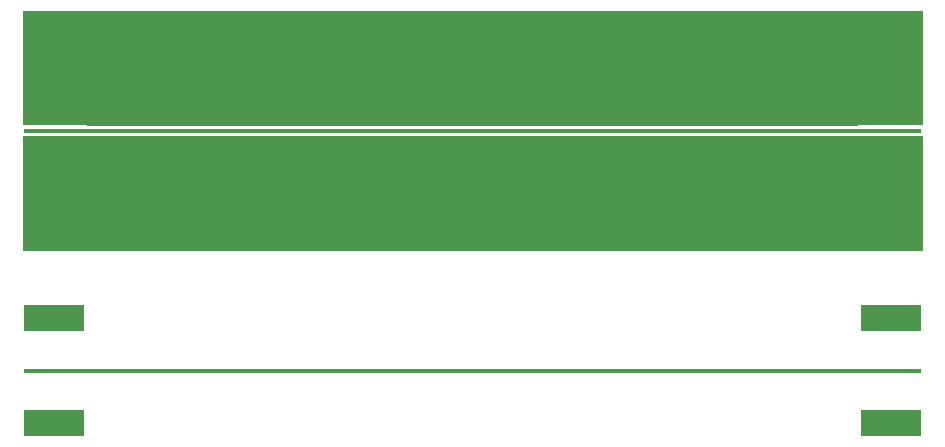
<source format=gtl>
G04*
G04 #@! TF.GenerationSoftware,Altium Limited,Altium Designer,19.1.7 (138)*
G04*
G04 Layer_Physical_Order=1*
G04 Layer_Color=255*
%FSLAX25Y25*%
%MOIN*%
G70*
G01*
G75*
%ADD13R,0.20000X0.09000*%
%ADD14R,0.20000X0.01600*%
%ADD19C,0.01263*%
%ADD20C,0.01202*%
%ADD21C,0.01500*%
G36*
X300000Y121800D02*
X278400D01*
Y121632D01*
X21600D01*
Y121800D01*
X0D01*
Y160000D01*
X300000D01*
Y121800D01*
D02*
G37*
G36*
X278400Y118200D02*
X300000D01*
Y80000D01*
X0D01*
Y118200D01*
X21600D01*
Y118368D01*
X278400D01*
Y118200D01*
D02*
G37*
D13*
X10600Y22600D02*
D03*
Y57400D02*
D03*
Y102600D02*
D03*
Y137400D02*
D03*
X289400D02*
D03*
Y102600D02*
D03*
Y57400D02*
D03*
Y22600D02*
D03*
D14*
X10600Y40000D02*
D03*
Y120000D02*
D03*
X289400D02*
D03*
Y40000D02*
D03*
D19*
X10600D02*
X289400D01*
D20*
X10600Y120000D02*
X289400D01*
D21*
X282067Y116906D02*
D03*
X114070Y117056D02*
D03*
X155509Y122944D02*
D03*
X152570Y117056D02*
D03*
X89009Y122944D02*
D03*
X183510D02*
D03*
X145571Y117056D02*
D03*
X26010Y122944D02*
D03*
X264570Y117056D02*
D03*
X8513Y123094D02*
D03*
X64509Y122944D02*
D03*
X208010D02*
D03*
X68010D02*
D03*
X29509D02*
D03*
X57509D02*
D03*
X166009D02*
D03*
X100071Y117056D02*
D03*
X128070D02*
D03*
X225510Y122944D02*
D03*
X12574Y116906D02*
D03*
X159571Y117056D02*
D03*
X170071D02*
D03*
X99510Y122944D02*
D03*
X253509D02*
D03*
X215009D02*
D03*
X208571Y117056D02*
D03*
X281506Y123094D02*
D03*
X190509Y122944D02*
D03*
X22510D02*
D03*
X191070Y117056D02*
D03*
X247071D02*
D03*
X5574Y116906D02*
D03*
X149071Y117056D02*
D03*
X218510Y122944D02*
D03*
X78509D02*
D03*
X51070Y117056D02*
D03*
X82570D02*
D03*
X138570D02*
D03*
X261070D02*
D03*
X264009Y122944D02*
D03*
X19013Y123094D02*
D03*
X96009Y122944D02*
D03*
X194009D02*
D03*
X267510D02*
D03*
X134510D02*
D03*
X19574Y116906D02*
D03*
X40571Y117056D02*
D03*
X232509Y122944D02*
D03*
X72070Y117056D02*
D03*
X121071D02*
D03*
X2074Y116906D02*
D03*
X131009Y122944D02*
D03*
X197510D02*
D03*
X79071Y117056D02*
D03*
X65070D02*
D03*
X142070D02*
D03*
X103009Y122944D02*
D03*
X75010D02*
D03*
X33009D02*
D03*
X177070Y117056D02*
D03*
X68571D02*
D03*
X184071D02*
D03*
X257010Y122944D02*
D03*
X292567Y116906D02*
D03*
X50510Y122944D02*
D03*
X145010D02*
D03*
X120510D02*
D03*
X274510D02*
D03*
X236571Y117056D02*
D03*
X163070D02*
D03*
X159010Y122944D02*
D03*
X12013Y123094D02*
D03*
X135071Y117056D02*
D03*
X194571D02*
D03*
X96570D02*
D03*
X229010Y122944D02*
D03*
X180570Y117056D02*
D03*
X187571D02*
D03*
X30070D02*
D03*
X246510Y122944D02*
D03*
X173010D02*
D03*
X106509D02*
D03*
X124571Y117056D02*
D03*
X110010Y122944D02*
D03*
X5013Y123094D02*
D03*
X239510Y122944D02*
D03*
X37071Y117056D02*
D03*
X54571D02*
D03*
X285567Y116906D02*
D03*
X222570Y117056D02*
D03*
X92510Y122944D02*
D03*
X250009D02*
D03*
X226070Y117056D02*
D03*
X176509Y122944D02*
D03*
X295506Y123094D02*
D03*
X36509Y122944D02*
D03*
X1513Y123094D02*
D03*
X61571Y117056D02*
D03*
X292006Y123094D02*
D03*
X201009Y122944D02*
D03*
X271570Y117056D02*
D03*
X33571D02*
D03*
X212070D02*
D03*
X211509Y122944D02*
D03*
X243009D02*
D03*
X89570Y117056D02*
D03*
X162510Y122944D02*
D03*
X278571Y117056D02*
D03*
X268071D02*
D03*
X47010Y122944D02*
D03*
X236010D02*
D03*
X86071Y117056D02*
D03*
X205070D02*
D03*
X219071D02*
D03*
X233070D02*
D03*
X152009Y122944D02*
D03*
X40009D02*
D03*
X117570Y117056D02*
D03*
X138010Y122944D02*
D03*
X180009D02*
D03*
X285006Y123094D02*
D03*
X44071Y117056D02*
D03*
X26570D02*
D03*
X131570D02*
D03*
X127509Y122944D02*
D03*
X271009D02*
D03*
X240071Y117056D02*
D03*
X289067Y116906D02*
D03*
X117009Y122944D02*
D03*
X71509D02*
D03*
X201571Y117056D02*
D03*
X222009Y122944D02*
D03*
X9074Y116906D02*
D03*
X113510Y122944D02*
D03*
X58070Y117056D02*
D03*
X288506Y123094D02*
D03*
X16074Y116906D02*
D03*
X260509Y122944D02*
D03*
X204509D02*
D03*
X141509D02*
D03*
X85510D02*
D03*
X173571Y117056D02*
D03*
X215570D02*
D03*
X166570D02*
D03*
X250571D02*
D03*
X257571D02*
D03*
X107071D02*
D03*
X296067Y116906D02*
D03*
X198071Y117056D02*
D03*
X43510Y122944D02*
D03*
X169509D02*
D03*
X93071Y117056D02*
D03*
X243570D02*
D03*
X61010Y122944D02*
D03*
X54009D02*
D03*
X47570Y117056D02*
D03*
X124010Y122944D02*
D03*
X156070Y117056D02*
D03*
X229571D02*
D03*
X278010Y122944D02*
D03*
X148510D02*
D03*
X103570Y117056D02*
D03*
X187010Y122944D02*
D03*
X75570Y117056D02*
D03*
X254070D02*
D03*
X82010Y122944D02*
D03*
X275071Y117056D02*
D03*
X110571D02*
D03*
X23070D02*
D03*
M02*

</source>
